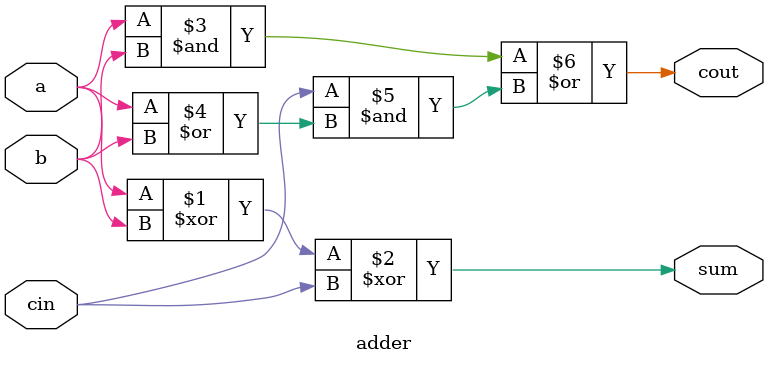
<source format=v>
module adder(a,b,cin,sum,cout);
	input a,b,cin;
	output sum, cout;
	
	assign sum=a^b^cin;
	assign cout=a&b|cin&(a|b);
endmodule
</source>
